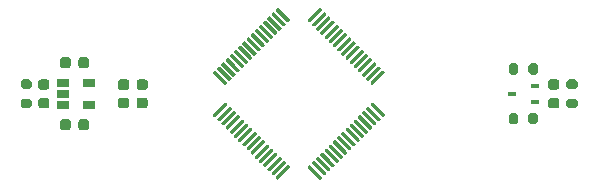
<source format=gbr>
%TF.GenerationSoftware,KiCad,Pcbnew,(5.1.9)-1*%
%TF.CreationDate,2021-04-29T23:37:35+02:00*%
%TF.ProjectId,STMega32,53544d65-6761-4333-922e-6b696361645f,rev?*%
%TF.SameCoordinates,Original*%
%TF.FileFunction,Soldermask,Top*%
%TF.FilePolarity,Negative*%
%FSLAX46Y46*%
G04 Gerber Fmt 4.6, Leading zero omitted, Abs format (unit mm)*
G04 Created by KiCad (PCBNEW (5.1.9)-1) date 2021-04-29 23:37:35*
%MOMM*%
%LPD*%
G01*
G04 APERTURE LIST*
%ADD10R,0.700000X0.450000*%
%ADD11R,1.060000X0.650000*%
G04 APERTURE END LIST*
%TO.C,C1*%
G36*
G01*
X129775000Y-97625000D02*
X129775000Y-97125000D01*
G75*
G02*
X130000000Y-96900000I225000J0D01*
G01*
X130450000Y-96900000D01*
G75*
G02*
X130675000Y-97125000I0J-225000D01*
G01*
X130675000Y-97625000D01*
G75*
G02*
X130450000Y-97850000I-225000J0D01*
G01*
X130000000Y-97850000D01*
G75*
G02*
X129775000Y-97625000I0J225000D01*
G01*
G37*
G36*
G01*
X131325000Y-97625000D02*
X131325000Y-97125000D01*
G75*
G02*
X131550000Y-96900000I225000J0D01*
G01*
X132000000Y-96900000D01*
G75*
G02*
X132225000Y-97125000I0J-225000D01*
G01*
X132225000Y-97625000D01*
G75*
G02*
X132000000Y-97850000I-225000J0D01*
G01*
X131550000Y-97850000D01*
G75*
G02*
X131325000Y-97625000I0J225000D01*
G01*
G37*
%TD*%
%TO.C,C2*%
G36*
G01*
X134900000Y-100325000D02*
X135400000Y-100325000D01*
G75*
G02*
X135625000Y-100550000I0J-225000D01*
G01*
X135625000Y-101000000D01*
G75*
G02*
X135400000Y-101225000I-225000J0D01*
G01*
X134900000Y-101225000D01*
G75*
G02*
X134675000Y-101000000I0J225000D01*
G01*
X134675000Y-100550000D01*
G75*
G02*
X134900000Y-100325000I225000J0D01*
G01*
G37*
G36*
G01*
X134900000Y-98775000D02*
X135400000Y-98775000D01*
G75*
G02*
X135625000Y-99000000I0J-225000D01*
G01*
X135625000Y-99450000D01*
G75*
G02*
X135400000Y-99675000I-225000J0D01*
G01*
X134900000Y-99675000D01*
G75*
G02*
X134675000Y-99450000I0J225000D01*
G01*
X134675000Y-99000000D01*
G75*
G02*
X134900000Y-98775000I225000J0D01*
G01*
G37*
%TD*%
%TO.C,C3*%
G36*
G01*
X132225000Y-102375000D02*
X132225000Y-102875000D01*
G75*
G02*
X132000000Y-103100000I-225000J0D01*
G01*
X131550000Y-103100000D01*
G75*
G02*
X131325000Y-102875000I0J225000D01*
G01*
X131325000Y-102375000D01*
G75*
G02*
X131550000Y-102150000I225000J0D01*
G01*
X132000000Y-102150000D01*
G75*
G02*
X132225000Y-102375000I0J-225000D01*
G01*
G37*
G36*
G01*
X130675000Y-102375000D02*
X130675000Y-102875000D01*
G75*
G02*
X130450000Y-103100000I-225000J0D01*
G01*
X130000000Y-103100000D01*
G75*
G02*
X129775000Y-102875000I0J225000D01*
G01*
X129775000Y-102375000D01*
G75*
G02*
X130000000Y-102150000I225000J0D01*
G01*
X130450000Y-102150000D01*
G75*
G02*
X130675000Y-102375000I0J-225000D01*
G01*
G37*
%TD*%
%TO.C,C4*%
G36*
G01*
X136475000Y-100325000D02*
X136975000Y-100325000D01*
G75*
G02*
X137200000Y-100550000I0J-225000D01*
G01*
X137200000Y-101000000D01*
G75*
G02*
X136975000Y-101225000I-225000J0D01*
G01*
X136475000Y-101225000D01*
G75*
G02*
X136250000Y-101000000I0J225000D01*
G01*
X136250000Y-100550000D01*
G75*
G02*
X136475000Y-100325000I225000J0D01*
G01*
G37*
G36*
G01*
X136475000Y-98775000D02*
X136975000Y-98775000D01*
G75*
G02*
X137200000Y-99000000I0J-225000D01*
G01*
X137200000Y-99450000D01*
G75*
G02*
X136975000Y-99675000I-225000J0D01*
G01*
X136475000Y-99675000D01*
G75*
G02*
X136250000Y-99450000I0J225000D01*
G01*
X136250000Y-99000000D01*
G75*
G02*
X136475000Y-98775000I225000J0D01*
G01*
G37*
%TD*%
D10*
%TO.C,Q1*%
X170000000Y-100650000D03*
X170000000Y-99350000D03*
X168000000Y-100000000D03*
%TD*%
%TO.C,R1*%
G36*
G01*
X168575000Y-97625000D02*
X168575000Y-98175000D01*
G75*
G02*
X168375000Y-98375000I-200000J0D01*
G01*
X167975000Y-98375000D01*
G75*
G02*
X167775000Y-98175000I0J200000D01*
G01*
X167775000Y-97625000D01*
G75*
G02*
X167975000Y-97425000I200000J0D01*
G01*
X168375000Y-97425000D01*
G75*
G02*
X168575000Y-97625000I0J-200000D01*
G01*
G37*
G36*
G01*
X170225000Y-97625000D02*
X170225000Y-98175000D01*
G75*
G02*
X170025000Y-98375000I-200000J0D01*
G01*
X169625000Y-98375000D01*
G75*
G02*
X169425000Y-98175000I0J200000D01*
G01*
X169425000Y-97625000D01*
G75*
G02*
X169625000Y-97425000I200000J0D01*
G01*
X170025000Y-97425000D01*
G75*
G02*
X170225000Y-97625000I0J-200000D01*
G01*
G37*
%TD*%
%TO.C,R2*%
G36*
G01*
X167775000Y-102375000D02*
X167775000Y-101825000D01*
G75*
G02*
X167975000Y-101625000I200000J0D01*
G01*
X168375000Y-101625000D01*
G75*
G02*
X168575000Y-101825000I0J-200000D01*
G01*
X168575000Y-102375000D01*
G75*
G02*
X168375000Y-102575000I-200000J0D01*
G01*
X167975000Y-102575000D01*
G75*
G02*
X167775000Y-102375000I0J200000D01*
G01*
G37*
G36*
G01*
X169425000Y-102375000D02*
X169425000Y-101825000D01*
G75*
G02*
X169625000Y-101625000I200000J0D01*
G01*
X170025000Y-101625000D01*
G75*
G02*
X170225000Y-101825000I0J-200000D01*
G01*
X170225000Y-102375000D01*
G75*
G02*
X170025000Y-102575000I-200000J0D01*
G01*
X169625000Y-102575000D01*
G75*
G02*
X169425000Y-102375000I0J200000D01*
G01*
G37*
%TD*%
D11*
%TO.C,U2*%
X130000000Y-99050000D03*
X130000000Y-100000000D03*
X130000000Y-100950000D03*
X132200000Y-100950000D03*
X132200000Y-99050000D03*
%TD*%
%TO.C,LED1*%
G36*
G01*
X128656250Y-101225000D02*
X128143750Y-101225000D01*
G75*
G02*
X127925000Y-101006250I0J218750D01*
G01*
X127925000Y-100568750D01*
G75*
G02*
X128143750Y-100350000I218750J0D01*
G01*
X128656250Y-100350000D01*
G75*
G02*
X128875000Y-100568750I0J-218750D01*
G01*
X128875000Y-101006250D01*
G75*
G02*
X128656250Y-101225000I-218750J0D01*
G01*
G37*
G36*
G01*
X128656250Y-99650000D02*
X128143750Y-99650000D01*
G75*
G02*
X127925000Y-99431250I0J218750D01*
G01*
X127925000Y-98993750D01*
G75*
G02*
X128143750Y-98775000I218750J0D01*
G01*
X128656250Y-98775000D01*
G75*
G02*
X128875000Y-98993750I0J-218750D01*
G01*
X128875000Y-99431250D01*
G75*
G02*
X128656250Y-99650000I-218750J0D01*
G01*
G37*
%TD*%
%TO.C,LED2*%
G36*
G01*
X171831250Y-99650000D02*
X171318750Y-99650000D01*
G75*
G02*
X171100000Y-99431250I0J218750D01*
G01*
X171100000Y-98993750D01*
G75*
G02*
X171318750Y-98775000I218750J0D01*
G01*
X171831250Y-98775000D01*
G75*
G02*
X172050000Y-98993750I0J-218750D01*
G01*
X172050000Y-99431250D01*
G75*
G02*
X171831250Y-99650000I-218750J0D01*
G01*
G37*
G36*
G01*
X171831250Y-101225000D02*
X171318750Y-101225000D01*
G75*
G02*
X171100000Y-101006250I0J218750D01*
G01*
X171100000Y-100568750D01*
G75*
G02*
X171318750Y-100350000I218750J0D01*
G01*
X171831250Y-100350000D01*
G75*
G02*
X172050000Y-100568750I0J-218750D01*
G01*
X172050000Y-101006250D01*
G75*
G02*
X171831250Y-101225000I-218750J0D01*
G01*
G37*
%TD*%
%TO.C,R3*%
G36*
G01*
X126625000Y-98775000D02*
X127175000Y-98775000D01*
G75*
G02*
X127375000Y-98975000I0J-200000D01*
G01*
X127375000Y-99375000D01*
G75*
G02*
X127175000Y-99575000I-200000J0D01*
G01*
X126625000Y-99575000D01*
G75*
G02*
X126425000Y-99375000I0J200000D01*
G01*
X126425000Y-98975000D01*
G75*
G02*
X126625000Y-98775000I200000J0D01*
G01*
G37*
G36*
G01*
X126625000Y-100425000D02*
X127175000Y-100425000D01*
G75*
G02*
X127375000Y-100625000I0J-200000D01*
G01*
X127375000Y-101025000D01*
G75*
G02*
X127175000Y-101225000I-200000J0D01*
G01*
X126625000Y-101225000D01*
G75*
G02*
X126425000Y-101025000I0J200000D01*
G01*
X126425000Y-100625000D01*
G75*
G02*
X126625000Y-100425000I200000J0D01*
G01*
G37*
%TD*%
%TO.C,R4*%
G36*
G01*
X172850000Y-100425000D02*
X173400000Y-100425000D01*
G75*
G02*
X173600000Y-100625000I0J-200000D01*
G01*
X173600000Y-101025000D01*
G75*
G02*
X173400000Y-101225000I-200000J0D01*
G01*
X172850000Y-101225000D01*
G75*
G02*
X172650000Y-101025000I0J200000D01*
G01*
X172650000Y-100625000D01*
G75*
G02*
X172850000Y-100425000I200000J0D01*
G01*
G37*
G36*
G01*
X172850000Y-98775000D02*
X173400000Y-98775000D01*
G75*
G02*
X173600000Y-98975000I0J-200000D01*
G01*
X173600000Y-99375000D01*
G75*
G02*
X173400000Y-99575000I-200000J0D01*
G01*
X172850000Y-99575000D01*
G75*
G02*
X172650000Y-99375000I0J200000D01*
G01*
X172650000Y-98975000D01*
G75*
G02*
X172850000Y-98775000I200000J0D01*
G01*
G37*
%TD*%
%TO.C,U1*%
G36*
G01*
X142840544Y-101962222D02*
X142734478Y-101856156D01*
G75*
G02*
X142734478Y-101750090I53033J53033D01*
G01*
X143724428Y-100760140D01*
G75*
G02*
X143830494Y-100760140I53033J-53033D01*
G01*
X143936560Y-100866206D01*
G75*
G02*
X143936560Y-100972272I-53033J-53033D01*
G01*
X142946610Y-101962222D01*
G75*
G02*
X142840544Y-101962222I-53033J53033D01*
G01*
G37*
G36*
G01*
X143194097Y-102315775D02*
X143088031Y-102209709D01*
G75*
G02*
X143088031Y-102103643I53033J53033D01*
G01*
X144077981Y-101113693D01*
G75*
G02*
X144184047Y-101113693I53033J-53033D01*
G01*
X144290113Y-101219759D01*
G75*
G02*
X144290113Y-101325825I-53033J-53033D01*
G01*
X143300163Y-102315775D01*
G75*
G02*
X143194097Y-102315775I-53033J53033D01*
G01*
G37*
G36*
G01*
X143547650Y-102669328D02*
X143441584Y-102563262D01*
G75*
G02*
X143441584Y-102457196I53033J53033D01*
G01*
X144431534Y-101467246D01*
G75*
G02*
X144537600Y-101467246I53033J-53033D01*
G01*
X144643666Y-101573312D01*
G75*
G02*
X144643666Y-101679378I-53033J-53033D01*
G01*
X143653716Y-102669328D01*
G75*
G02*
X143547650Y-102669328I-53033J53033D01*
G01*
G37*
G36*
G01*
X143901204Y-103022882D02*
X143795138Y-102916816D01*
G75*
G02*
X143795138Y-102810750I53033J53033D01*
G01*
X144785088Y-101820800D01*
G75*
G02*
X144891154Y-101820800I53033J-53033D01*
G01*
X144997220Y-101926866D01*
G75*
G02*
X144997220Y-102032932I-53033J-53033D01*
G01*
X144007270Y-103022882D01*
G75*
G02*
X143901204Y-103022882I-53033J53033D01*
G01*
G37*
G36*
G01*
X144254757Y-103376435D02*
X144148691Y-103270369D01*
G75*
G02*
X144148691Y-103164303I53033J53033D01*
G01*
X145138641Y-102174353D01*
G75*
G02*
X145244707Y-102174353I53033J-53033D01*
G01*
X145350773Y-102280419D01*
G75*
G02*
X145350773Y-102386485I-53033J-53033D01*
G01*
X144360823Y-103376435D01*
G75*
G02*
X144254757Y-103376435I-53033J53033D01*
G01*
G37*
G36*
G01*
X144608311Y-103729989D02*
X144502245Y-103623923D01*
G75*
G02*
X144502245Y-103517857I53033J53033D01*
G01*
X145492195Y-102527907D01*
G75*
G02*
X145598261Y-102527907I53033J-53033D01*
G01*
X145704327Y-102633973D01*
G75*
G02*
X145704327Y-102740039I-53033J-53033D01*
G01*
X144714377Y-103729989D01*
G75*
G02*
X144608311Y-103729989I-53033J53033D01*
G01*
G37*
G36*
G01*
X144961864Y-104083542D02*
X144855798Y-103977476D01*
G75*
G02*
X144855798Y-103871410I53033J53033D01*
G01*
X145845748Y-102881460D01*
G75*
G02*
X145951814Y-102881460I53033J-53033D01*
G01*
X146057880Y-102987526D01*
G75*
G02*
X146057880Y-103093592I-53033J-53033D01*
G01*
X145067930Y-104083542D01*
G75*
G02*
X144961864Y-104083542I-53033J53033D01*
G01*
G37*
G36*
G01*
X145315417Y-104437095D02*
X145209351Y-104331029D01*
G75*
G02*
X145209351Y-104224963I53033J53033D01*
G01*
X146199301Y-103235013D01*
G75*
G02*
X146305367Y-103235013I53033J-53033D01*
G01*
X146411433Y-103341079D01*
G75*
G02*
X146411433Y-103447145I-53033J-53033D01*
G01*
X145421483Y-104437095D01*
G75*
G02*
X145315417Y-104437095I-53033J53033D01*
G01*
G37*
G36*
G01*
X145668971Y-104790649D02*
X145562905Y-104684583D01*
G75*
G02*
X145562905Y-104578517I53033J53033D01*
G01*
X146552855Y-103588567D01*
G75*
G02*
X146658921Y-103588567I53033J-53033D01*
G01*
X146764987Y-103694633D01*
G75*
G02*
X146764987Y-103800699I-53033J-53033D01*
G01*
X145775037Y-104790649D01*
G75*
G02*
X145668971Y-104790649I-53033J53033D01*
G01*
G37*
G36*
G01*
X146022524Y-105144202D02*
X145916458Y-105038136D01*
G75*
G02*
X145916458Y-104932070I53033J53033D01*
G01*
X146906408Y-103942120D01*
G75*
G02*
X147012474Y-103942120I53033J-53033D01*
G01*
X147118540Y-104048186D01*
G75*
G02*
X147118540Y-104154252I-53033J-53033D01*
G01*
X146128590Y-105144202D01*
G75*
G02*
X146022524Y-105144202I-53033J53033D01*
G01*
G37*
G36*
G01*
X146376077Y-105497755D02*
X146270011Y-105391689D01*
G75*
G02*
X146270011Y-105285623I53033J53033D01*
G01*
X147259961Y-104295673D01*
G75*
G02*
X147366027Y-104295673I53033J-53033D01*
G01*
X147472093Y-104401739D01*
G75*
G02*
X147472093Y-104507805I-53033J-53033D01*
G01*
X146482143Y-105497755D01*
G75*
G02*
X146376077Y-105497755I-53033J53033D01*
G01*
G37*
G36*
G01*
X146729631Y-105851309D02*
X146623565Y-105745243D01*
G75*
G02*
X146623565Y-105639177I53033J53033D01*
G01*
X147613515Y-104649227D01*
G75*
G02*
X147719581Y-104649227I53033J-53033D01*
G01*
X147825647Y-104755293D01*
G75*
G02*
X147825647Y-104861359I-53033J-53033D01*
G01*
X146835697Y-105851309D01*
G75*
G02*
X146729631Y-105851309I-53033J53033D01*
G01*
G37*
G36*
G01*
X147083184Y-106204862D02*
X146977118Y-106098796D01*
G75*
G02*
X146977118Y-105992730I53033J53033D01*
G01*
X147967068Y-105002780D01*
G75*
G02*
X148073134Y-105002780I53033J-53033D01*
G01*
X148179200Y-105108846D01*
G75*
G02*
X148179200Y-105214912I-53033J-53033D01*
G01*
X147189250Y-106204862D01*
G75*
G02*
X147083184Y-106204862I-53033J53033D01*
G01*
G37*
G36*
G01*
X147436738Y-106558416D02*
X147330672Y-106452350D01*
G75*
G02*
X147330672Y-106346284I53033J53033D01*
G01*
X148320622Y-105356334D01*
G75*
G02*
X148426688Y-105356334I53033J-53033D01*
G01*
X148532754Y-105462400D01*
G75*
G02*
X148532754Y-105568466I-53033J-53033D01*
G01*
X147542804Y-106558416D01*
G75*
G02*
X147436738Y-106558416I-53033J53033D01*
G01*
G37*
G36*
G01*
X147790291Y-106911969D02*
X147684225Y-106805903D01*
G75*
G02*
X147684225Y-106699837I53033J53033D01*
G01*
X148674175Y-105709887D01*
G75*
G02*
X148780241Y-105709887I53033J-53033D01*
G01*
X148886307Y-105815953D01*
G75*
G02*
X148886307Y-105922019I-53033J-53033D01*
G01*
X147896357Y-106911969D01*
G75*
G02*
X147790291Y-106911969I-53033J53033D01*
G01*
G37*
G36*
G01*
X148143844Y-107265522D02*
X148037778Y-107159456D01*
G75*
G02*
X148037778Y-107053390I53033J53033D01*
G01*
X149027728Y-106063440D01*
G75*
G02*
X149133794Y-106063440I53033J-53033D01*
G01*
X149239860Y-106169506D01*
G75*
G02*
X149239860Y-106275572I-53033J-53033D01*
G01*
X148249910Y-107265522D01*
G75*
G02*
X148143844Y-107265522I-53033J53033D01*
G01*
G37*
G36*
G01*
X151750090Y-107265522D02*
X150760140Y-106275572D01*
G75*
G02*
X150760140Y-106169506I53033J53033D01*
G01*
X150866206Y-106063440D01*
G75*
G02*
X150972272Y-106063440I53033J-53033D01*
G01*
X151962222Y-107053390D01*
G75*
G02*
X151962222Y-107159456I-53033J-53033D01*
G01*
X151856156Y-107265522D01*
G75*
G02*
X151750090Y-107265522I-53033J53033D01*
G01*
G37*
G36*
G01*
X152103643Y-106911969D02*
X151113693Y-105922019D01*
G75*
G02*
X151113693Y-105815953I53033J53033D01*
G01*
X151219759Y-105709887D01*
G75*
G02*
X151325825Y-105709887I53033J-53033D01*
G01*
X152315775Y-106699837D01*
G75*
G02*
X152315775Y-106805903I-53033J-53033D01*
G01*
X152209709Y-106911969D01*
G75*
G02*
X152103643Y-106911969I-53033J53033D01*
G01*
G37*
G36*
G01*
X152457196Y-106558416D02*
X151467246Y-105568466D01*
G75*
G02*
X151467246Y-105462400I53033J53033D01*
G01*
X151573312Y-105356334D01*
G75*
G02*
X151679378Y-105356334I53033J-53033D01*
G01*
X152669328Y-106346284D01*
G75*
G02*
X152669328Y-106452350I-53033J-53033D01*
G01*
X152563262Y-106558416D01*
G75*
G02*
X152457196Y-106558416I-53033J53033D01*
G01*
G37*
G36*
G01*
X152810750Y-106204862D02*
X151820800Y-105214912D01*
G75*
G02*
X151820800Y-105108846I53033J53033D01*
G01*
X151926866Y-105002780D01*
G75*
G02*
X152032932Y-105002780I53033J-53033D01*
G01*
X153022882Y-105992730D01*
G75*
G02*
X153022882Y-106098796I-53033J-53033D01*
G01*
X152916816Y-106204862D01*
G75*
G02*
X152810750Y-106204862I-53033J53033D01*
G01*
G37*
G36*
G01*
X153164303Y-105851309D02*
X152174353Y-104861359D01*
G75*
G02*
X152174353Y-104755293I53033J53033D01*
G01*
X152280419Y-104649227D01*
G75*
G02*
X152386485Y-104649227I53033J-53033D01*
G01*
X153376435Y-105639177D01*
G75*
G02*
X153376435Y-105745243I-53033J-53033D01*
G01*
X153270369Y-105851309D01*
G75*
G02*
X153164303Y-105851309I-53033J53033D01*
G01*
G37*
G36*
G01*
X153517857Y-105497755D02*
X152527907Y-104507805D01*
G75*
G02*
X152527907Y-104401739I53033J53033D01*
G01*
X152633973Y-104295673D01*
G75*
G02*
X152740039Y-104295673I53033J-53033D01*
G01*
X153729989Y-105285623D01*
G75*
G02*
X153729989Y-105391689I-53033J-53033D01*
G01*
X153623923Y-105497755D01*
G75*
G02*
X153517857Y-105497755I-53033J53033D01*
G01*
G37*
G36*
G01*
X153871410Y-105144202D02*
X152881460Y-104154252D01*
G75*
G02*
X152881460Y-104048186I53033J53033D01*
G01*
X152987526Y-103942120D01*
G75*
G02*
X153093592Y-103942120I53033J-53033D01*
G01*
X154083542Y-104932070D01*
G75*
G02*
X154083542Y-105038136I-53033J-53033D01*
G01*
X153977476Y-105144202D01*
G75*
G02*
X153871410Y-105144202I-53033J53033D01*
G01*
G37*
G36*
G01*
X154224963Y-104790649D02*
X153235013Y-103800699D01*
G75*
G02*
X153235013Y-103694633I53033J53033D01*
G01*
X153341079Y-103588567D01*
G75*
G02*
X153447145Y-103588567I53033J-53033D01*
G01*
X154437095Y-104578517D01*
G75*
G02*
X154437095Y-104684583I-53033J-53033D01*
G01*
X154331029Y-104790649D01*
G75*
G02*
X154224963Y-104790649I-53033J53033D01*
G01*
G37*
G36*
G01*
X154578517Y-104437095D02*
X153588567Y-103447145D01*
G75*
G02*
X153588567Y-103341079I53033J53033D01*
G01*
X153694633Y-103235013D01*
G75*
G02*
X153800699Y-103235013I53033J-53033D01*
G01*
X154790649Y-104224963D01*
G75*
G02*
X154790649Y-104331029I-53033J-53033D01*
G01*
X154684583Y-104437095D01*
G75*
G02*
X154578517Y-104437095I-53033J53033D01*
G01*
G37*
G36*
G01*
X154932070Y-104083542D02*
X153942120Y-103093592D01*
G75*
G02*
X153942120Y-102987526I53033J53033D01*
G01*
X154048186Y-102881460D01*
G75*
G02*
X154154252Y-102881460I53033J-53033D01*
G01*
X155144202Y-103871410D01*
G75*
G02*
X155144202Y-103977476I-53033J-53033D01*
G01*
X155038136Y-104083542D01*
G75*
G02*
X154932070Y-104083542I-53033J53033D01*
G01*
G37*
G36*
G01*
X155285623Y-103729989D02*
X154295673Y-102740039D01*
G75*
G02*
X154295673Y-102633973I53033J53033D01*
G01*
X154401739Y-102527907D01*
G75*
G02*
X154507805Y-102527907I53033J-53033D01*
G01*
X155497755Y-103517857D01*
G75*
G02*
X155497755Y-103623923I-53033J-53033D01*
G01*
X155391689Y-103729989D01*
G75*
G02*
X155285623Y-103729989I-53033J53033D01*
G01*
G37*
G36*
G01*
X155639177Y-103376435D02*
X154649227Y-102386485D01*
G75*
G02*
X154649227Y-102280419I53033J53033D01*
G01*
X154755293Y-102174353D01*
G75*
G02*
X154861359Y-102174353I53033J-53033D01*
G01*
X155851309Y-103164303D01*
G75*
G02*
X155851309Y-103270369I-53033J-53033D01*
G01*
X155745243Y-103376435D01*
G75*
G02*
X155639177Y-103376435I-53033J53033D01*
G01*
G37*
G36*
G01*
X155992730Y-103022882D02*
X155002780Y-102032932D01*
G75*
G02*
X155002780Y-101926866I53033J53033D01*
G01*
X155108846Y-101820800D01*
G75*
G02*
X155214912Y-101820800I53033J-53033D01*
G01*
X156204862Y-102810750D01*
G75*
G02*
X156204862Y-102916816I-53033J-53033D01*
G01*
X156098796Y-103022882D01*
G75*
G02*
X155992730Y-103022882I-53033J53033D01*
G01*
G37*
G36*
G01*
X156346284Y-102669328D02*
X155356334Y-101679378D01*
G75*
G02*
X155356334Y-101573312I53033J53033D01*
G01*
X155462400Y-101467246D01*
G75*
G02*
X155568466Y-101467246I53033J-53033D01*
G01*
X156558416Y-102457196D01*
G75*
G02*
X156558416Y-102563262I-53033J-53033D01*
G01*
X156452350Y-102669328D01*
G75*
G02*
X156346284Y-102669328I-53033J53033D01*
G01*
G37*
G36*
G01*
X156699837Y-102315775D02*
X155709887Y-101325825D01*
G75*
G02*
X155709887Y-101219759I53033J53033D01*
G01*
X155815953Y-101113693D01*
G75*
G02*
X155922019Y-101113693I53033J-53033D01*
G01*
X156911969Y-102103643D01*
G75*
G02*
X156911969Y-102209709I-53033J-53033D01*
G01*
X156805903Y-102315775D01*
G75*
G02*
X156699837Y-102315775I-53033J53033D01*
G01*
G37*
G36*
G01*
X157053390Y-101962222D02*
X156063440Y-100972272D01*
G75*
G02*
X156063440Y-100866206I53033J53033D01*
G01*
X156169506Y-100760140D01*
G75*
G02*
X156275572Y-100760140I53033J-53033D01*
G01*
X157265522Y-101750090D01*
G75*
G02*
X157265522Y-101856156I-53033J-53033D01*
G01*
X157159456Y-101962222D01*
G75*
G02*
X157053390Y-101962222I-53033J53033D01*
G01*
G37*
G36*
G01*
X156169506Y-99239860D02*
X156063440Y-99133794D01*
G75*
G02*
X156063440Y-99027728I53033J53033D01*
G01*
X157053390Y-98037778D01*
G75*
G02*
X157159456Y-98037778I53033J-53033D01*
G01*
X157265522Y-98143844D01*
G75*
G02*
X157265522Y-98249910I-53033J-53033D01*
G01*
X156275572Y-99239860D01*
G75*
G02*
X156169506Y-99239860I-53033J53033D01*
G01*
G37*
G36*
G01*
X155815953Y-98886307D02*
X155709887Y-98780241D01*
G75*
G02*
X155709887Y-98674175I53033J53033D01*
G01*
X156699837Y-97684225D01*
G75*
G02*
X156805903Y-97684225I53033J-53033D01*
G01*
X156911969Y-97790291D01*
G75*
G02*
X156911969Y-97896357I-53033J-53033D01*
G01*
X155922019Y-98886307D01*
G75*
G02*
X155815953Y-98886307I-53033J53033D01*
G01*
G37*
G36*
G01*
X155462400Y-98532754D02*
X155356334Y-98426688D01*
G75*
G02*
X155356334Y-98320622I53033J53033D01*
G01*
X156346284Y-97330672D01*
G75*
G02*
X156452350Y-97330672I53033J-53033D01*
G01*
X156558416Y-97436738D01*
G75*
G02*
X156558416Y-97542804I-53033J-53033D01*
G01*
X155568466Y-98532754D01*
G75*
G02*
X155462400Y-98532754I-53033J53033D01*
G01*
G37*
G36*
G01*
X155108846Y-98179200D02*
X155002780Y-98073134D01*
G75*
G02*
X155002780Y-97967068I53033J53033D01*
G01*
X155992730Y-96977118D01*
G75*
G02*
X156098796Y-96977118I53033J-53033D01*
G01*
X156204862Y-97083184D01*
G75*
G02*
X156204862Y-97189250I-53033J-53033D01*
G01*
X155214912Y-98179200D01*
G75*
G02*
X155108846Y-98179200I-53033J53033D01*
G01*
G37*
G36*
G01*
X154755293Y-97825647D02*
X154649227Y-97719581D01*
G75*
G02*
X154649227Y-97613515I53033J53033D01*
G01*
X155639177Y-96623565D01*
G75*
G02*
X155745243Y-96623565I53033J-53033D01*
G01*
X155851309Y-96729631D01*
G75*
G02*
X155851309Y-96835697I-53033J-53033D01*
G01*
X154861359Y-97825647D01*
G75*
G02*
X154755293Y-97825647I-53033J53033D01*
G01*
G37*
G36*
G01*
X154401739Y-97472093D02*
X154295673Y-97366027D01*
G75*
G02*
X154295673Y-97259961I53033J53033D01*
G01*
X155285623Y-96270011D01*
G75*
G02*
X155391689Y-96270011I53033J-53033D01*
G01*
X155497755Y-96376077D01*
G75*
G02*
X155497755Y-96482143I-53033J-53033D01*
G01*
X154507805Y-97472093D01*
G75*
G02*
X154401739Y-97472093I-53033J53033D01*
G01*
G37*
G36*
G01*
X154048186Y-97118540D02*
X153942120Y-97012474D01*
G75*
G02*
X153942120Y-96906408I53033J53033D01*
G01*
X154932070Y-95916458D01*
G75*
G02*
X155038136Y-95916458I53033J-53033D01*
G01*
X155144202Y-96022524D01*
G75*
G02*
X155144202Y-96128590I-53033J-53033D01*
G01*
X154154252Y-97118540D01*
G75*
G02*
X154048186Y-97118540I-53033J53033D01*
G01*
G37*
G36*
G01*
X153694633Y-96764987D02*
X153588567Y-96658921D01*
G75*
G02*
X153588567Y-96552855I53033J53033D01*
G01*
X154578517Y-95562905D01*
G75*
G02*
X154684583Y-95562905I53033J-53033D01*
G01*
X154790649Y-95668971D01*
G75*
G02*
X154790649Y-95775037I-53033J-53033D01*
G01*
X153800699Y-96764987D01*
G75*
G02*
X153694633Y-96764987I-53033J53033D01*
G01*
G37*
G36*
G01*
X153341079Y-96411433D02*
X153235013Y-96305367D01*
G75*
G02*
X153235013Y-96199301I53033J53033D01*
G01*
X154224963Y-95209351D01*
G75*
G02*
X154331029Y-95209351I53033J-53033D01*
G01*
X154437095Y-95315417D01*
G75*
G02*
X154437095Y-95421483I-53033J-53033D01*
G01*
X153447145Y-96411433D01*
G75*
G02*
X153341079Y-96411433I-53033J53033D01*
G01*
G37*
G36*
G01*
X152987526Y-96057880D02*
X152881460Y-95951814D01*
G75*
G02*
X152881460Y-95845748I53033J53033D01*
G01*
X153871410Y-94855798D01*
G75*
G02*
X153977476Y-94855798I53033J-53033D01*
G01*
X154083542Y-94961864D01*
G75*
G02*
X154083542Y-95067930I-53033J-53033D01*
G01*
X153093592Y-96057880D01*
G75*
G02*
X152987526Y-96057880I-53033J53033D01*
G01*
G37*
G36*
G01*
X152633973Y-95704327D02*
X152527907Y-95598261D01*
G75*
G02*
X152527907Y-95492195I53033J53033D01*
G01*
X153517857Y-94502245D01*
G75*
G02*
X153623923Y-94502245I53033J-53033D01*
G01*
X153729989Y-94608311D01*
G75*
G02*
X153729989Y-94714377I-53033J-53033D01*
G01*
X152740039Y-95704327D01*
G75*
G02*
X152633973Y-95704327I-53033J53033D01*
G01*
G37*
G36*
G01*
X152280419Y-95350773D02*
X152174353Y-95244707D01*
G75*
G02*
X152174353Y-95138641I53033J53033D01*
G01*
X153164303Y-94148691D01*
G75*
G02*
X153270369Y-94148691I53033J-53033D01*
G01*
X153376435Y-94254757D01*
G75*
G02*
X153376435Y-94360823I-53033J-53033D01*
G01*
X152386485Y-95350773D01*
G75*
G02*
X152280419Y-95350773I-53033J53033D01*
G01*
G37*
G36*
G01*
X151926866Y-94997220D02*
X151820800Y-94891154D01*
G75*
G02*
X151820800Y-94785088I53033J53033D01*
G01*
X152810750Y-93795138D01*
G75*
G02*
X152916816Y-93795138I53033J-53033D01*
G01*
X153022882Y-93901204D01*
G75*
G02*
X153022882Y-94007270I-53033J-53033D01*
G01*
X152032932Y-94997220D01*
G75*
G02*
X151926866Y-94997220I-53033J53033D01*
G01*
G37*
G36*
G01*
X151573312Y-94643666D02*
X151467246Y-94537600D01*
G75*
G02*
X151467246Y-94431534I53033J53033D01*
G01*
X152457196Y-93441584D01*
G75*
G02*
X152563262Y-93441584I53033J-53033D01*
G01*
X152669328Y-93547650D01*
G75*
G02*
X152669328Y-93653716I-53033J-53033D01*
G01*
X151679378Y-94643666D01*
G75*
G02*
X151573312Y-94643666I-53033J53033D01*
G01*
G37*
G36*
G01*
X151219759Y-94290113D02*
X151113693Y-94184047D01*
G75*
G02*
X151113693Y-94077981I53033J53033D01*
G01*
X152103643Y-93088031D01*
G75*
G02*
X152209709Y-93088031I53033J-53033D01*
G01*
X152315775Y-93194097D01*
G75*
G02*
X152315775Y-93300163I-53033J-53033D01*
G01*
X151325825Y-94290113D01*
G75*
G02*
X151219759Y-94290113I-53033J53033D01*
G01*
G37*
G36*
G01*
X150866206Y-93936560D02*
X150760140Y-93830494D01*
G75*
G02*
X150760140Y-93724428I53033J53033D01*
G01*
X151750090Y-92734478D01*
G75*
G02*
X151856156Y-92734478I53033J-53033D01*
G01*
X151962222Y-92840544D01*
G75*
G02*
X151962222Y-92946610I-53033J-53033D01*
G01*
X150972272Y-93936560D01*
G75*
G02*
X150866206Y-93936560I-53033J53033D01*
G01*
G37*
G36*
G01*
X149027728Y-93936560D02*
X148037778Y-92946610D01*
G75*
G02*
X148037778Y-92840544I53033J53033D01*
G01*
X148143844Y-92734478D01*
G75*
G02*
X148249910Y-92734478I53033J-53033D01*
G01*
X149239860Y-93724428D01*
G75*
G02*
X149239860Y-93830494I-53033J-53033D01*
G01*
X149133794Y-93936560D01*
G75*
G02*
X149027728Y-93936560I-53033J53033D01*
G01*
G37*
G36*
G01*
X148674175Y-94290113D02*
X147684225Y-93300163D01*
G75*
G02*
X147684225Y-93194097I53033J53033D01*
G01*
X147790291Y-93088031D01*
G75*
G02*
X147896357Y-93088031I53033J-53033D01*
G01*
X148886307Y-94077981D01*
G75*
G02*
X148886307Y-94184047I-53033J-53033D01*
G01*
X148780241Y-94290113D01*
G75*
G02*
X148674175Y-94290113I-53033J53033D01*
G01*
G37*
G36*
G01*
X148320622Y-94643666D02*
X147330672Y-93653716D01*
G75*
G02*
X147330672Y-93547650I53033J53033D01*
G01*
X147436738Y-93441584D01*
G75*
G02*
X147542804Y-93441584I53033J-53033D01*
G01*
X148532754Y-94431534D01*
G75*
G02*
X148532754Y-94537600I-53033J-53033D01*
G01*
X148426688Y-94643666D01*
G75*
G02*
X148320622Y-94643666I-53033J53033D01*
G01*
G37*
G36*
G01*
X147967068Y-94997220D02*
X146977118Y-94007270D01*
G75*
G02*
X146977118Y-93901204I53033J53033D01*
G01*
X147083184Y-93795138D01*
G75*
G02*
X147189250Y-93795138I53033J-53033D01*
G01*
X148179200Y-94785088D01*
G75*
G02*
X148179200Y-94891154I-53033J-53033D01*
G01*
X148073134Y-94997220D01*
G75*
G02*
X147967068Y-94997220I-53033J53033D01*
G01*
G37*
G36*
G01*
X147613515Y-95350773D02*
X146623565Y-94360823D01*
G75*
G02*
X146623565Y-94254757I53033J53033D01*
G01*
X146729631Y-94148691D01*
G75*
G02*
X146835697Y-94148691I53033J-53033D01*
G01*
X147825647Y-95138641D01*
G75*
G02*
X147825647Y-95244707I-53033J-53033D01*
G01*
X147719581Y-95350773D01*
G75*
G02*
X147613515Y-95350773I-53033J53033D01*
G01*
G37*
G36*
G01*
X147259961Y-95704327D02*
X146270011Y-94714377D01*
G75*
G02*
X146270011Y-94608311I53033J53033D01*
G01*
X146376077Y-94502245D01*
G75*
G02*
X146482143Y-94502245I53033J-53033D01*
G01*
X147472093Y-95492195D01*
G75*
G02*
X147472093Y-95598261I-53033J-53033D01*
G01*
X147366027Y-95704327D01*
G75*
G02*
X147259961Y-95704327I-53033J53033D01*
G01*
G37*
G36*
G01*
X146906408Y-96057880D02*
X145916458Y-95067930D01*
G75*
G02*
X145916458Y-94961864I53033J53033D01*
G01*
X146022524Y-94855798D01*
G75*
G02*
X146128590Y-94855798I53033J-53033D01*
G01*
X147118540Y-95845748D01*
G75*
G02*
X147118540Y-95951814I-53033J-53033D01*
G01*
X147012474Y-96057880D01*
G75*
G02*
X146906408Y-96057880I-53033J53033D01*
G01*
G37*
G36*
G01*
X146552855Y-96411433D02*
X145562905Y-95421483D01*
G75*
G02*
X145562905Y-95315417I53033J53033D01*
G01*
X145668971Y-95209351D01*
G75*
G02*
X145775037Y-95209351I53033J-53033D01*
G01*
X146764987Y-96199301D01*
G75*
G02*
X146764987Y-96305367I-53033J-53033D01*
G01*
X146658921Y-96411433D01*
G75*
G02*
X146552855Y-96411433I-53033J53033D01*
G01*
G37*
G36*
G01*
X146199301Y-96764987D02*
X145209351Y-95775037D01*
G75*
G02*
X145209351Y-95668971I53033J53033D01*
G01*
X145315417Y-95562905D01*
G75*
G02*
X145421483Y-95562905I53033J-53033D01*
G01*
X146411433Y-96552855D01*
G75*
G02*
X146411433Y-96658921I-53033J-53033D01*
G01*
X146305367Y-96764987D01*
G75*
G02*
X146199301Y-96764987I-53033J53033D01*
G01*
G37*
G36*
G01*
X145845748Y-97118540D02*
X144855798Y-96128590D01*
G75*
G02*
X144855798Y-96022524I53033J53033D01*
G01*
X144961864Y-95916458D01*
G75*
G02*
X145067930Y-95916458I53033J-53033D01*
G01*
X146057880Y-96906408D01*
G75*
G02*
X146057880Y-97012474I-53033J-53033D01*
G01*
X145951814Y-97118540D01*
G75*
G02*
X145845748Y-97118540I-53033J53033D01*
G01*
G37*
G36*
G01*
X145492195Y-97472093D02*
X144502245Y-96482143D01*
G75*
G02*
X144502245Y-96376077I53033J53033D01*
G01*
X144608311Y-96270011D01*
G75*
G02*
X144714377Y-96270011I53033J-53033D01*
G01*
X145704327Y-97259961D01*
G75*
G02*
X145704327Y-97366027I-53033J-53033D01*
G01*
X145598261Y-97472093D01*
G75*
G02*
X145492195Y-97472093I-53033J53033D01*
G01*
G37*
G36*
G01*
X145138641Y-97825647D02*
X144148691Y-96835697D01*
G75*
G02*
X144148691Y-96729631I53033J53033D01*
G01*
X144254757Y-96623565D01*
G75*
G02*
X144360823Y-96623565I53033J-53033D01*
G01*
X145350773Y-97613515D01*
G75*
G02*
X145350773Y-97719581I-53033J-53033D01*
G01*
X145244707Y-97825647D01*
G75*
G02*
X145138641Y-97825647I-53033J53033D01*
G01*
G37*
G36*
G01*
X144785088Y-98179200D02*
X143795138Y-97189250D01*
G75*
G02*
X143795138Y-97083184I53033J53033D01*
G01*
X143901204Y-96977118D01*
G75*
G02*
X144007270Y-96977118I53033J-53033D01*
G01*
X144997220Y-97967068D01*
G75*
G02*
X144997220Y-98073134I-53033J-53033D01*
G01*
X144891154Y-98179200D01*
G75*
G02*
X144785088Y-98179200I-53033J53033D01*
G01*
G37*
G36*
G01*
X144431534Y-98532754D02*
X143441584Y-97542804D01*
G75*
G02*
X143441584Y-97436738I53033J53033D01*
G01*
X143547650Y-97330672D01*
G75*
G02*
X143653716Y-97330672I53033J-53033D01*
G01*
X144643666Y-98320622D01*
G75*
G02*
X144643666Y-98426688I-53033J-53033D01*
G01*
X144537600Y-98532754D01*
G75*
G02*
X144431534Y-98532754I-53033J53033D01*
G01*
G37*
G36*
G01*
X144077981Y-98886307D02*
X143088031Y-97896357D01*
G75*
G02*
X143088031Y-97790291I53033J53033D01*
G01*
X143194097Y-97684225D01*
G75*
G02*
X143300163Y-97684225I53033J-53033D01*
G01*
X144290113Y-98674175D01*
G75*
G02*
X144290113Y-98780241I-53033J-53033D01*
G01*
X144184047Y-98886307D01*
G75*
G02*
X144077981Y-98886307I-53033J53033D01*
G01*
G37*
G36*
G01*
X143724428Y-99239860D02*
X142734478Y-98249910D01*
G75*
G02*
X142734478Y-98143844I53033J53033D01*
G01*
X142840544Y-98037778D01*
G75*
G02*
X142946610Y-98037778I53033J-53033D01*
G01*
X143936560Y-99027728D01*
G75*
G02*
X143936560Y-99133794I-53033J-53033D01*
G01*
X143830494Y-99239860D01*
G75*
G02*
X143724428Y-99239860I-53033J53033D01*
G01*
G37*
%TD*%
M02*

</source>
